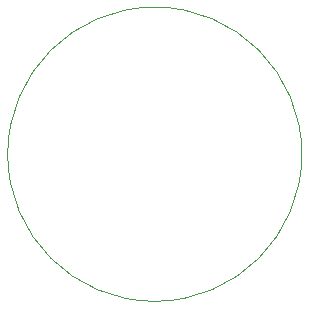
<source format=gm1>
G04 #@! TF.GenerationSoftware,KiCad,Pcbnew,(5.1.5)-3*
G04 #@! TF.CreationDate,2020-04-11T11:45:51+02:00*
G04 #@! TF.ProjectId,CODER-AS5047P,434f4445-522d-4415-9335-303437502e6b,rev?*
G04 #@! TF.SameCoordinates,Original*
G04 #@! TF.FileFunction,Profile,NP*
%FSLAX46Y46*%
G04 Gerber Fmt 4.6, Leading zero omitted, Abs format (unit mm)*
G04 Created by KiCad (PCBNEW (5.1.5)-3) date 2020-04-11 11:45:51*
%MOMM*%
%LPD*%
G04 APERTURE LIST*
%ADD10C,0.050000*%
G04 APERTURE END LIST*
D10*
X190256363Y-114300000D02*
G75*
G03X190256363Y-114300000I-12456363J0D01*
G01*
M02*

</source>
